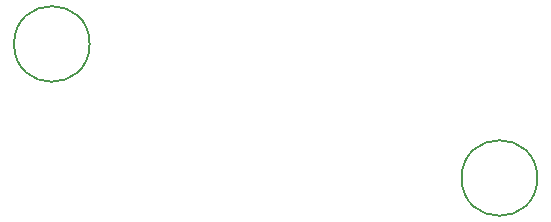
<source format=gbr>
%TF.GenerationSoftware,KiCad,Pcbnew,(6.0.2)*%
%TF.CreationDate,2022-11-21T22:20:46+01:00*%
%TF.ProjectId,CANap_,43414e61-70e9-42e6-9b69-6361645f7063,rev?*%
%TF.SameCoordinates,Original*%
%TF.FileFunction,Other,Comment*%
%FSLAX46Y46*%
G04 Gerber Fmt 4.6, Leading zero omitted, Abs format (unit mm)*
G04 Created by KiCad (PCBNEW (6.0.2)) date 2022-11-21 22:20:46*
%MOMM*%
%LPD*%
G01*
G04 APERTURE LIST*
%ADD10C,0.150000*%
G04 APERTURE END LIST*
D10*
%TO.C,REF\u002A\u002A*%
X187800000Y-94350000D02*
G75*
G03*
X187800000Y-94350000I-3200000J0D01*
G01*
X149900000Y-83000000D02*
G75*
G03*
X149900000Y-83000000I-3200000J0D01*
G01*
%TD*%
M02*

</source>
